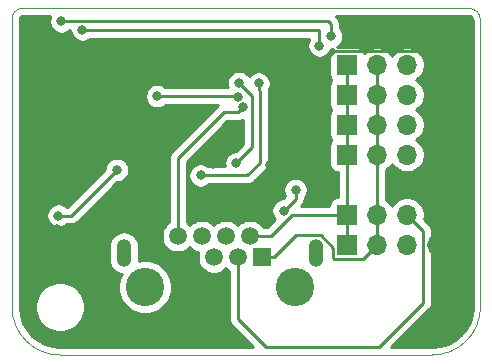
<source format=gbr>
G04 #@! TF.GenerationSoftware,KiCad,Pcbnew,(5.1.5)-3*
G04 #@! TF.CreationDate,2021-07-18T09:53:38-05:00*
G04 #@! TF.ProjectId,InputBoardSTM32QFN28,496e7075-7442-46f6-9172-6453544d3332,rev?*
G04 #@! TF.SameCoordinates,Original*
G04 #@! TF.FileFunction,Copper,L2,Bot*
G04 #@! TF.FilePolarity,Positive*
%FSLAX46Y46*%
G04 Gerber Fmt 4.6, Leading zero omitted, Abs format (unit mm)*
G04 Created by KiCad (PCBNEW (5.1.5)-3) date 2021-07-18 09:53:38*
%MOMM*%
%LPD*%
G04 APERTURE LIST*
%ADD10C,0.050000*%
%ADD11O,1.700000X1.700000*%
%ADD12R,1.700000X1.700000*%
%ADD13O,1.259000X2.362000*%
%ADD14R,1.500000X1.500000*%
%ADD15C,1.500000*%
%ADD16C,3.250000*%
%ADD17C,0.800000*%
%ADD18C,0.250000*%
%ADD19C,0.254000*%
G04 APERTURE END LIST*
D10*
X171279873Y-85389743D02*
G75*
G02X172239940Y-86360000I-5095J-965162D01*
G01*
X132588000Y-86296602D02*
G75*
G02X133489685Y-85389720I901685J5182D01*
G01*
X132588000Y-110680500D02*
X132588000Y-86296602D01*
X136652000Y-114744500D02*
G75*
G02X132588000Y-110680500I0J4064000D01*
G01*
X168153080Y-114744500D02*
X136652000Y-114744500D01*
X172239940Y-86360000D02*
X172250164Y-110667800D01*
X172250164Y-110670340D02*
G75*
G02X168153080Y-114744500I-4074224J0D01*
G01*
X171279820Y-85389720D02*
X133489685Y-85389720D01*
D11*
X168569640Y-95250000D03*
X166029640Y-95250000D03*
X163489640Y-95250000D03*
D12*
X160949640Y-95250000D03*
D11*
X168569640Y-97790000D03*
X166029640Y-97790000D03*
X163489640Y-97790000D03*
D12*
X160949640Y-97790000D03*
D11*
X168569640Y-92710000D03*
X166029640Y-92710000D03*
X163489640Y-92710000D03*
D12*
X160949640Y-92710000D03*
X160949640Y-90170000D03*
D11*
X163489640Y-90170000D03*
X166029640Y-90170000D03*
X168569640Y-90170000D03*
X168569640Y-102870000D03*
X166029640Y-102870000D03*
X163489640Y-102870000D03*
D12*
X160949640Y-102870000D03*
X160949640Y-105410000D03*
D11*
X163489640Y-105410000D03*
X166029640Y-105410000D03*
X168569640Y-105410000D03*
D13*
X158323280Y-106097070D03*
X142063280Y-106097070D03*
D14*
X153742580Y-106459020D03*
D15*
X152722580Y-104679020D03*
X151712580Y-106459020D03*
X150692580Y-104679020D03*
X149682580Y-106459020D03*
X148662580Y-104679020D03*
X147652580Y-106459020D03*
X146632580Y-104679020D03*
D16*
X156543280Y-108999020D03*
X143843280Y-108999020D03*
D17*
X136433560Y-98666300D03*
X135288020Y-92877640D03*
X136398000Y-104109520D03*
X145755360Y-89491820D03*
X149618700Y-98559620D03*
X154444700Y-98640900D03*
X156905960Y-90548460D03*
X152154022Y-93775984D03*
X156596080Y-100766880D03*
X155575000Y-102522020D03*
X151584660Y-98508820D03*
X151823432Y-91732323D03*
X153466800Y-91754960D03*
X148559520Y-99532440D03*
X141457680Y-99060000D03*
X136519920Y-102933500D03*
X144884140Y-92821760D03*
X151679720Y-92895608D03*
X159605980Y-87774780D03*
X136761220Y-86499700D03*
X138541760Y-87196770D03*
X158610157Y-88543552D03*
D18*
X163489640Y-96587919D02*
X163489640Y-95250000D01*
X163489640Y-97790000D02*
X163489640Y-96587919D01*
X163489640Y-94047919D02*
X163489640Y-92710000D01*
X163489640Y-95250000D02*
X163489640Y-94047919D01*
X163489640Y-91507919D02*
X163489640Y-90170000D01*
X163489640Y-92710000D02*
X163489640Y-91507919D01*
X163489640Y-98992081D02*
X163489640Y-102870000D01*
X163489640Y-97790000D02*
X163489640Y-98992081D01*
X163489640Y-104072081D02*
X163489640Y-105410000D01*
X163489640Y-102870000D02*
X163489640Y-104072081D01*
X162639641Y-106259999D02*
X163489640Y-105410000D01*
X162314639Y-106585001D02*
X162639641Y-106259999D01*
X159839639Y-106585001D02*
X162314639Y-106585001D01*
X159774639Y-106520001D02*
X159839639Y-106585001D01*
X158718650Y-104591060D02*
X159774639Y-105647049D01*
X156610540Y-104591060D02*
X158718650Y-104591060D01*
X159774639Y-105647049D02*
X159774639Y-106520001D01*
X154742580Y-106459020D02*
X156610540Y-104591060D01*
X153742580Y-106459020D02*
X154742580Y-106459020D01*
X160949640Y-91270000D02*
X160949640Y-92710000D01*
X160949640Y-90170000D02*
X160949640Y-91270000D01*
X160949640Y-93810000D02*
X160949640Y-95250000D01*
X160949640Y-92710000D02*
X160949640Y-93810000D01*
X160949640Y-96350000D02*
X160949640Y-97790000D01*
X160949640Y-95250000D02*
X160949640Y-96350000D01*
X160949640Y-98890000D02*
X160949640Y-102870000D01*
X160949640Y-97790000D02*
X160949640Y-98890000D01*
X160949640Y-103970000D02*
X160949640Y-105410000D01*
X160949640Y-102870000D02*
X160949640Y-103970000D01*
X154490982Y-104679020D02*
X153783240Y-104679020D01*
X160949640Y-102870000D02*
X156300002Y-102870000D01*
X153783240Y-104679020D02*
X152722580Y-104679020D01*
X156300002Y-102870000D02*
X154490982Y-104679020D01*
X167719641Y-89320001D02*
X168569640Y-90170000D01*
X167394639Y-88994999D02*
X167719641Y-89320001D01*
X159839639Y-88994999D02*
X167394639Y-88994999D01*
X158286178Y-90548460D02*
X159839639Y-88994999D01*
X156905960Y-90548460D02*
X158286178Y-90548460D01*
X151754023Y-94175983D02*
X150514917Y-94175983D01*
X152154022Y-93775984D02*
X151754023Y-94175983D01*
X146632580Y-98058320D02*
X146632580Y-104679020D01*
X150514917Y-94175983D02*
X146632580Y-98058320D01*
X156596080Y-101500940D02*
X155575000Y-102522020D01*
X156596080Y-100766880D02*
X156596080Y-101500940D01*
X167394639Y-110322363D02*
X163625282Y-114091720D01*
X166029640Y-102870000D02*
X167394639Y-104234999D01*
X167394639Y-104234999D02*
X167394639Y-110322363D01*
X163625282Y-114091720D02*
X154094180Y-114091720D01*
X151712580Y-111710120D02*
X151712580Y-106459020D01*
X154094180Y-114091720D02*
X151712580Y-111710120D01*
X152929810Y-97163670D02*
X152929810Y-92838701D01*
X152223431Y-92132322D02*
X151823432Y-91732323D01*
X151584660Y-98508820D02*
X152929810Y-97163670D01*
X152929810Y-92838701D02*
X152223431Y-92132322D01*
X153466800Y-92320645D02*
X153553160Y-92407005D01*
X153466800Y-91754960D02*
X153466800Y-92320645D01*
X153553160Y-92407005D02*
X153553160Y-98498660D01*
X153553160Y-98498660D02*
X152519380Y-99532440D01*
X152519380Y-99532440D02*
X148559520Y-99532440D01*
X141457680Y-99060000D02*
X137584180Y-102933500D01*
X137584180Y-102933500D02*
X136519920Y-102933500D01*
X151605872Y-92821760D02*
X151679720Y-92895608D01*
X144884140Y-92821760D02*
X151605872Y-92821760D01*
X136789160Y-86471760D02*
X136761220Y-86499700D01*
X159331660Y-86471760D02*
X136789160Y-86471760D01*
X159605980Y-86746080D02*
X159605980Y-87774780D01*
X159331660Y-86471760D02*
X159605980Y-86746080D01*
X158610157Y-87249967D02*
X158610157Y-88543552D01*
X138541760Y-87196770D02*
X158556960Y-87196770D01*
X158556960Y-87196770D02*
X158610157Y-87249967D01*
D19*
G36*
X171335001Y-86058960D02*
G01*
X171391338Y-86076294D01*
X171443234Y-86104240D01*
X171488715Y-86141736D01*
X171526044Y-86187346D01*
X171553803Y-86239340D01*
X171570937Y-86295742D01*
X171579951Y-86386096D01*
X171590152Y-110638186D01*
X171522036Y-111332885D01*
X171329620Y-111970196D01*
X171017084Y-112557991D01*
X170596331Y-113073886D01*
X170083378Y-113498237D01*
X169497781Y-113814868D01*
X168861825Y-114011730D01*
X168169575Y-114084488D01*
X168152630Y-114084500D01*
X164707303Y-114084500D01*
X167905642Y-110886162D01*
X167934640Y-110862364D01*
X168029613Y-110746639D01*
X168100185Y-110614610D01*
X168143642Y-110471349D01*
X168154639Y-110359696D01*
X168154639Y-110359688D01*
X168158315Y-110322363D01*
X168154639Y-110285038D01*
X168154639Y-104272321D01*
X168158315Y-104234998D01*
X168154639Y-104197675D01*
X168154639Y-104197666D01*
X168143642Y-104086013D01*
X168100185Y-103942752D01*
X168090696Y-103925000D01*
X168029613Y-103810722D01*
X167958438Y-103723996D01*
X167934640Y-103694998D01*
X167905643Y-103671201D01*
X167470850Y-103236408D01*
X167514640Y-103016260D01*
X167514640Y-102723740D01*
X167457572Y-102436842D01*
X167345630Y-102166589D01*
X167183115Y-101923368D01*
X166976272Y-101716525D01*
X166733051Y-101554010D01*
X166462798Y-101442068D01*
X166175900Y-101385000D01*
X165883380Y-101385000D01*
X165596482Y-101442068D01*
X165326229Y-101554010D01*
X165083008Y-101716525D01*
X164876165Y-101923368D01*
X164759640Y-102097760D01*
X164643115Y-101923368D01*
X164436272Y-101716525D01*
X164249640Y-101591822D01*
X164249640Y-99068178D01*
X164436272Y-98943475D01*
X164643115Y-98736632D01*
X164759640Y-98562240D01*
X164876165Y-98736632D01*
X165083008Y-98943475D01*
X165326229Y-99105990D01*
X165596482Y-99217932D01*
X165883380Y-99275000D01*
X166175900Y-99275000D01*
X166462798Y-99217932D01*
X166733051Y-99105990D01*
X166976272Y-98943475D01*
X167183115Y-98736632D01*
X167345630Y-98493411D01*
X167457572Y-98223158D01*
X167514640Y-97936260D01*
X167514640Y-97643740D01*
X167457572Y-97356842D01*
X167345630Y-97086589D01*
X167183115Y-96843368D01*
X166976272Y-96636525D01*
X166801880Y-96520000D01*
X166976272Y-96403475D01*
X167183115Y-96196632D01*
X167345630Y-95953411D01*
X167457572Y-95683158D01*
X167514640Y-95396260D01*
X167514640Y-95103740D01*
X167457572Y-94816842D01*
X167345630Y-94546589D01*
X167183115Y-94303368D01*
X166976272Y-94096525D01*
X166801880Y-93980000D01*
X166976272Y-93863475D01*
X167183115Y-93656632D01*
X167345630Y-93413411D01*
X167457572Y-93143158D01*
X167514640Y-92856260D01*
X167514640Y-92563740D01*
X167457572Y-92276842D01*
X167345630Y-92006589D01*
X167183115Y-91763368D01*
X166976272Y-91556525D01*
X166801880Y-91440000D01*
X166976272Y-91323475D01*
X167183115Y-91116632D01*
X167345630Y-90873411D01*
X167457572Y-90603158D01*
X167514640Y-90316260D01*
X167514640Y-90023740D01*
X167457572Y-89736842D01*
X167345630Y-89466589D01*
X167183115Y-89223368D01*
X166976272Y-89016525D01*
X166733051Y-88854010D01*
X166462798Y-88742068D01*
X166175900Y-88685000D01*
X165883380Y-88685000D01*
X165596482Y-88742068D01*
X165326229Y-88854010D01*
X165083008Y-89016525D01*
X164876165Y-89223368D01*
X164759640Y-89397760D01*
X164643115Y-89223368D01*
X164436272Y-89016525D01*
X164193051Y-88854010D01*
X163922798Y-88742068D01*
X163635900Y-88685000D01*
X163343380Y-88685000D01*
X163056482Y-88742068D01*
X162786229Y-88854010D01*
X162543008Y-89016525D01*
X162411153Y-89148380D01*
X162389142Y-89075820D01*
X162330177Y-88965506D01*
X162250825Y-88868815D01*
X162154134Y-88789463D01*
X162043820Y-88730498D01*
X161924122Y-88694188D01*
X161799640Y-88681928D01*
X160111287Y-88681928D01*
X160265754Y-88578717D01*
X160409917Y-88434554D01*
X160523185Y-88265036D01*
X160601206Y-88076678D01*
X160640980Y-87876719D01*
X160640980Y-87672841D01*
X160601206Y-87472882D01*
X160523185Y-87284524D01*
X160409917Y-87115006D01*
X160365980Y-87071069D01*
X160365980Y-86783402D01*
X160369656Y-86746079D01*
X160365980Y-86708756D01*
X160365980Y-86708747D01*
X160354983Y-86597094D01*
X160311526Y-86453833D01*
X160240954Y-86321804D01*
X160145981Y-86206079D01*
X160116978Y-86182277D01*
X159984421Y-86049720D01*
X171245625Y-86049720D01*
X171335001Y-86058960D01*
G37*
X171335001Y-86058960D02*
X171391338Y-86076294D01*
X171443234Y-86104240D01*
X171488715Y-86141736D01*
X171526044Y-86187346D01*
X171553803Y-86239340D01*
X171570937Y-86295742D01*
X171579951Y-86386096D01*
X171590152Y-110638186D01*
X171522036Y-111332885D01*
X171329620Y-111970196D01*
X171017084Y-112557991D01*
X170596331Y-113073886D01*
X170083378Y-113498237D01*
X169497781Y-113814868D01*
X168861825Y-114011730D01*
X168169575Y-114084488D01*
X168152630Y-114084500D01*
X164707303Y-114084500D01*
X167905642Y-110886162D01*
X167934640Y-110862364D01*
X168029613Y-110746639D01*
X168100185Y-110614610D01*
X168143642Y-110471349D01*
X168154639Y-110359696D01*
X168154639Y-110359688D01*
X168158315Y-110322363D01*
X168154639Y-110285038D01*
X168154639Y-104272321D01*
X168158315Y-104234998D01*
X168154639Y-104197675D01*
X168154639Y-104197666D01*
X168143642Y-104086013D01*
X168100185Y-103942752D01*
X168090696Y-103925000D01*
X168029613Y-103810722D01*
X167958438Y-103723996D01*
X167934640Y-103694998D01*
X167905643Y-103671201D01*
X167470850Y-103236408D01*
X167514640Y-103016260D01*
X167514640Y-102723740D01*
X167457572Y-102436842D01*
X167345630Y-102166589D01*
X167183115Y-101923368D01*
X166976272Y-101716525D01*
X166733051Y-101554010D01*
X166462798Y-101442068D01*
X166175900Y-101385000D01*
X165883380Y-101385000D01*
X165596482Y-101442068D01*
X165326229Y-101554010D01*
X165083008Y-101716525D01*
X164876165Y-101923368D01*
X164759640Y-102097760D01*
X164643115Y-101923368D01*
X164436272Y-101716525D01*
X164249640Y-101591822D01*
X164249640Y-99068178D01*
X164436272Y-98943475D01*
X164643115Y-98736632D01*
X164759640Y-98562240D01*
X164876165Y-98736632D01*
X165083008Y-98943475D01*
X165326229Y-99105990D01*
X165596482Y-99217932D01*
X165883380Y-99275000D01*
X166175900Y-99275000D01*
X166462798Y-99217932D01*
X166733051Y-99105990D01*
X166976272Y-98943475D01*
X167183115Y-98736632D01*
X167345630Y-98493411D01*
X167457572Y-98223158D01*
X167514640Y-97936260D01*
X167514640Y-97643740D01*
X167457572Y-97356842D01*
X167345630Y-97086589D01*
X167183115Y-96843368D01*
X166976272Y-96636525D01*
X166801880Y-96520000D01*
X166976272Y-96403475D01*
X167183115Y-96196632D01*
X167345630Y-95953411D01*
X167457572Y-95683158D01*
X167514640Y-95396260D01*
X167514640Y-95103740D01*
X167457572Y-94816842D01*
X167345630Y-94546589D01*
X167183115Y-94303368D01*
X166976272Y-94096525D01*
X166801880Y-93980000D01*
X166976272Y-93863475D01*
X167183115Y-93656632D01*
X167345630Y-93413411D01*
X167457572Y-93143158D01*
X167514640Y-92856260D01*
X167514640Y-92563740D01*
X167457572Y-92276842D01*
X167345630Y-92006589D01*
X167183115Y-91763368D01*
X166976272Y-91556525D01*
X166801880Y-91440000D01*
X166976272Y-91323475D01*
X167183115Y-91116632D01*
X167345630Y-90873411D01*
X167457572Y-90603158D01*
X167514640Y-90316260D01*
X167514640Y-90023740D01*
X167457572Y-89736842D01*
X167345630Y-89466589D01*
X167183115Y-89223368D01*
X166976272Y-89016525D01*
X166733051Y-88854010D01*
X166462798Y-88742068D01*
X166175900Y-88685000D01*
X165883380Y-88685000D01*
X165596482Y-88742068D01*
X165326229Y-88854010D01*
X165083008Y-89016525D01*
X164876165Y-89223368D01*
X164759640Y-89397760D01*
X164643115Y-89223368D01*
X164436272Y-89016525D01*
X164193051Y-88854010D01*
X163922798Y-88742068D01*
X163635900Y-88685000D01*
X163343380Y-88685000D01*
X163056482Y-88742068D01*
X162786229Y-88854010D01*
X162543008Y-89016525D01*
X162411153Y-89148380D01*
X162389142Y-89075820D01*
X162330177Y-88965506D01*
X162250825Y-88868815D01*
X162154134Y-88789463D01*
X162043820Y-88730498D01*
X161924122Y-88694188D01*
X161799640Y-88681928D01*
X160111287Y-88681928D01*
X160265754Y-88578717D01*
X160409917Y-88434554D01*
X160523185Y-88265036D01*
X160601206Y-88076678D01*
X160640980Y-87876719D01*
X160640980Y-87672841D01*
X160601206Y-87472882D01*
X160523185Y-87284524D01*
X160409917Y-87115006D01*
X160365980Y-87071069D01*
X160365980Y-86783402D01*
X160369656Y-86746079D01*
X160365980Y-86708756D01*
X160365980Y-86708747D01*
X160354983Y-86597094D01*
X160311526Y-86453833D01*
X160240954Y-86321804D01*
X160145981Y-86206079D01*
X160116978Y-86182277D01*
X159984421Y-86049720D01*
X171245625Y-86049720D01*
X171335001Y-86058960D01*
G36*
X135765994Y-86197802D02*
G01*
X135726220Y-86397761D01*
X135726220Y-86601639D01*
X135765994Y-86801598D01*
X135844015Y-86989956D01*
X135957283Y-87159474D01*
X136101446Y-87303637D01*
X136270964Y-87416905D01*
X136459322Y-87494926D01*
X136659281Y-87534700D01*
X136863159Y-87534700D01*
X137063118Y-87494926D01*
X137251476Y-87416905D01*
X137420994Y-87303637D01*
X137492871Y-87231760D01*
X137506760Y-87231760D01*
X137506760Y-87298709D01*
X137546534Y-87498668D01*
X137624555Y-87687026D01*
X137737823Y-87856544D01*
X137881986Y-88000707D01*
X138051504Y-88113975D01*
X138239862Y-88191996D01*
X138439821Y-88231770D01*
X138643699Y-88231770D01*
X138843658Y-88191996D01*
X139032016Y-88113975D01*
X139201534Y-88000707D01*
X139245471Y-87956770D01*
X157757448Y-87956770D01*
X157692952Y-88053296D01*
X157614931Y-88241654D01*
X157575157Y-88441613D01*
X157575157Y-88645491D01*
X157614931Y-88845450D01*
X157692952Y-89033808D01*
X157806220Y-89203326D01*
X157950383Y-89347489D01*
X158119901Y-89460757D01*
X158308259Y-89538778D01*
X158508218Y-89578552D01*
X158712096Y-89578552D01*
X158912055Y-89538778D01*
X159100413Y-89460757D01*
X159269931Y-89347489D01*
X159414094Y-89203326D01*
X159527362Y-89033808D01*
X159605383Y-88845450D01*
X159612478Y-88809780D01*
X159707919Y-88809780D01*
X159724379Y-88806506D01*
X159648455Y-88868815D01*
X159569103Y-88965506D01*
X159510138Y-89075820D01*
X159473828Y-89195518D01*
X159461568Y-89320000D01*
X159461568Y-91020000D01*
X159473828Y-91144482D01*
X159510138Y-91264180D01*
X159569103Y-91374494D01*
X159622862Y-91440000D01*
X159569103Y-91505506D01*
X159510138Y-91615820D01*
X159473828Y-91735518D01*
X159461568Y-91860000D01*
X159461568Y-93560000D01*
X159473828Y-93684482D01*
X159510138Y-93804180D01*
X159569103Y-93914494D01*
X159622862Y-93980000D01*
X159569103Y-94045506D01*
X159510138Y-94155820D01*
X159473828Y-94275518D01*
X159461568Y-94400000D01*
X159461568Y-96100000D01*
X159473828Y-96224482D01*
X159510138Y-96344180D01*
X159569103Y-96454494D01*
X159622862Y-96520000D01*
X159569103Y-96585506D01*
X159510138Y-96695820D01*
X159473828Y-96815518D01*
X159461568Y-96940000D01*
X159461568Y-98640000D01*
X159473828Y-98764482D01*
X159510138Y-98884180D01*
X159569103Y-98994494D01*
X159648455Y-99091185D01*
X159745146Y-99170537D01*
X159855460Y-99229502D01*
X159975158Y-99265812D01*
X160099640Y-99278072D01*
X160189640Y-99278072D01*
X160189641Y-101381928D01*
X160099640Y-101381928D01*
X159975158Y-101394188D01*
X159855460Y-101430498D01*
X159745146Y-101489463D01*
X159648455Y-101568815D01*
X159569103Y-101665506D01*
X159510138Y-101775820D01*
X159473828Y-101895518D01*
X159461568Y-102020000D01*
X159461568Y-102110000D01*
X157061822Y-102110000D01*
X157107083Y-102064739D01*
X157136081Y-102040941D01*
X157231054Y-101925216D01*
X157301626Y-101793187D01*
X157345083Y-101649926D01*
X157356080Y-101538273D01*
X157356080Y-101538264D01*
X157359756Y-101500941D01*
X157356705Y-101469966D01*
X157400017Y-101426654D01*
X157513285Y-101257136D01*
X157591306Y-101068778D01*
X157631080Y-100868819D01*
X157631080Y-100664941D01*
X157591306Y-100464982D01*
X157513285Y-100276624D01*
X157400017Y-100107106D01*
X157255854Y-99962943D01*
X157086336Y-99849675D01*
X156897978Y-99771654D01*
X156698019Y-99731880D01*
X156494141Y-99731880D01*
X156294182Y-99771654D01*
X156105824Y-99849675D01*
X155936306Y-99962943D01*
X155792143Y-100107106D01*
X155678875Y-100276624D01*
X155600854Y-100464982D01*
X155561080Y-100664941D01*
X155561080Y-100868819D01*
X155600854Y-101068778D01*
X155678875Y-101257136D01*
X155713405Y-101308814D01*
X155535199Y-101487020D01*
X155473061Y-101487020D01*
X155273102Y-101526794D01*
X155084744Y-101604815D01*
X154915226Y-101718083D01*
X154771063Y-101862246D01*
X154657795Y-102031764D01*
X154579774Y-102220122D01*
X154540000Y-102420081D01*
X154540000Y-102623959D01*
X154579774Y-102823918D01*
X154657795Y-103012276D01*
X154771063Y-103181794D01*
X154842235Y-103252966D01*
X154176181Y-103919020D01*
X153880489Y-103919020D01*
X153798379Y-103796134D01*
X153605466Y-103603221D01*
X153378623Y-103451649D01*
X153126569Y-103347245D01*
X152858991Y-103294020D01*
X152586169Y-103294020D01*
X152318591Y-103347245D01*
X152066537Y-103451649D01*
X151839694Y-103603221D01*
X151707580Y-103735335D01*
X151575466Y-103603221D01*
X151348623Y-103451649D01*
X151096569Y-103347245D01*
X150828991Y-103294020D01*
X150556169Y-103294020D01*
X150288591Y-103347245D01*
X150036537Y-103451649D01*
X149809694Y-103603221D01*
X149677580Y-103735335D01*
X149545466Y-103603221D01*
X149318623Y-103451649D01*
X149066569Y-103347245D01*
X148798991Y-103294020D01*
X148526169Y-103294020D01*
X148258591Y-103347245D01*
X148006537Y-103451649D01*
X147779694Y-103603221D01*
X147647580Y-103735335D01*
X147515466Y-103603221D01*
X147392580Y-103521111D01*
X147392580Y-98373121D01*
X150829719Y-94935983D01*
X151716701Y-94935983D01*
X151754023Y-94939659D01*
X151791345Y-94935983D01*
X151791356Y-94935983D01*
X151903009Y-94924986D01*
X152046270Y-94881529D01*
X152169811Y-94815494D01*
X152169810Y-96848867D01*
X151544858Y-97473820D01*
X151482721Y-97473820D01*
X151282762Y-97513594D01*
X151094404Y-97591615D01*
X150924886Y-97704883D01*
X150780723Y-97849046D01*
X150667455Y-98018564D01*
X150589434Y-98206922D01*
X150549660Y-98406881D01*
X150549660Y-98610759D01*
X150581820Y-98772440D01*
X149263231Y-98772440D01*
X149219294Y-98728503D01*
X149049776Y-98615235D01*
X148861418Y-98537214D01*
X148661459Y-98497440D01*
X148457581Y-98497440D01*
X148257622Y-98537214D01*
X148069264Y-98615235D01*
X147899746Y-98728503D01*
X147755583Y-98872666D01*
X147642315Y-99042184D01*
X147564294Y-99230542D01*
X147524520Y-99430501D01*
X147524520Y-99634379D01*
X147564294Y-99834338D01*
X147642315Y-100022696D01*
X147755583Y-100192214D01*
X147899746Y-100336377D01*
X148069264Y-100449645D01*
X148257622Y-100527666D01*
X148457581Y-100567440D01*
X148661459Y-100567440D01*
X148861418Y-100527666D01*
X149049776Y-100449645D01*
X149219294Y-100336377D01*
X149263231Y-100292440D01*
X152482058Y-100292440D01*
X152519380Y-100296116D01*
X152556702Y-100292440D01*
X152556713Y-100292440D01*
X152668366Y-100281443D01*
X152811627Y-100237986D01*
X152943656Y-100167414D01*
X153059381Y-100072441D01*
X153083184Y-100043438D01*
X154064163Y-99062459D01*
X154093161Y-99038661D01*
X154188134Y-98922936D01*
X154258706Y-98790907D01*
X154302163Y-98647646D01*
X154313160Y-98535993D01*
X154313160Y-98535985D01*
X154316836Y-98498660D01*
X154313160Y-98461335D01*
X154313160Y-92444327D01*
X154316836Y-92407004D01*
X154313160Y-92369682D01*
X154313160Y-92369672D01*
X154311578Y-92353611D01*
X154384005Y-92245216D01*
X154462026Y-92056858D01*
X154501800Y-91856899D01*
X154501800Y-91653021D01*
X154462026Y-91453062D01*
X154384005Y-91264704D01*
X154270737Y-91095186D01*
X154126574Y-90951023D01*
X153957056Y-90837755D01*
X153768698Y-90759734D01*
X153568739Y-90719960D01*
X153364861Y-90719960D01*
X153164902Y-90759734D01*
X152976544Y-90837755D01*
X152807026Y-90951023D01*
X152662863Y-91095186D01*
X152652679Y-91110428D01*
X152627369Y-91072549D01*
X152483206Y-90928386D01*
X152313688Y-90815118D01*
X152125330Y-90737097D01*
X151925371Y-90697323D01*
X151721493Y-90697323D01*
X151521534Y-90737097D01*
X151333176Y-90815118D01*
X151163658Y-90928386D01*
X151019495Y-91072549D01*
X150906227Y-91242067D01*
X150828206Y-91430425D01*
X150788432Y-91630384D01*
X150788432Y-91834262D01*
X150828206Y-92034221D01*
X150839613Y-92061760D01*
X145587851Y-92061760D01*
X145543914Y-92017823D01*
X145374396Y-91904555D01*
X145186038Y-91826534D01*
X144986079Y-91786760D01*
X144782201Y-91786760D01*
X144582242Y-91826534D01*
X144393884Y-91904555D01*
X144224366Y-92017823D01*
X144080203Y-92161986D01*
X143966935Y-92331504D01*
X143888914Y-92519862D01*
X143849140Y-92719821D01*
X143849140Y-92923699D01*
X143888914Y-93123658D01*
X143966935Y-93312016D01*
X144080203Y-93481534D01*
X144224366Y-93625697D01*
X144393884Y-93738965D01*
X144582242Y-93816986D01*
X144782201Y-93856760D01*
X144986079Y-93856760D01*
X145186038Y-93816986D01*
X145374396Y-93738965D01*
X145543914Y-93625697D01*
X145587851Y-93581760D01*
X150040986Y-93581760D01*
X149974916Y-93635982D01*
X149951118Y-93664980D01*
X146121583Y-97494516D01*
X146092579Y-97518319D01*
X146037451Y-97585494D01*
X145997606Y-97634044D01*
X145959742Y-97704883D01*
X145927034Y-97766074D01*
X145883577Y-97909335D01*
X145872580Y-98020988D01*
X145872580Y-98020998D01*
X145868904Y-98058320D01*
X145872580Y-98095643D01*
X145872581Y-103521110D01*
X145749694Y-103603221D01*
X145556781Y-103796134D01*
X145405209Y-104022977D01*
X145300805Y-104275031D01*
X145247580Y-104542609D01*
X145247580Y-104815431D01*
X145300805Y-105083009D01*
X145405209Y-105335063D01*
X145556781Y-105561906D01*
X145749694Y-105754819D01*
X145976537Y-105906391D01*
X146228591Y-106010795D01*
X146496169Y-106064020D01*
X146768991Y-106064020D01*
X147036569Y-106010795D01*
X147288623Y-105906391D01*
X147515466Y-105754819D01*
X147647580Y-105622705D01*
X147779694Y-105754819D01*
X148006537Y-105906391D01*
X148258591Y-106010795D01*
X148360714Y-106031109D01*
X148350805Y-106055031D01*
X148297580Y-106322609D01*
X148297580Y-106595431D01*
X148350805Y-106863009D01*
X148455209Y-107115063D01*
X148606781Y-107341906D01*
X148799694Y-107534819D01*
X149026537Y-107686391D01*
X149278591Y-107790795D01*
X149546169Y-107844020D01*
X149818991Y-107844020D01*
X150086569Y-107790795D01*
X150338623Y-107686391D01*
X150565466Y-107534819D01*
X150697580Y-107402705D01*
X150829694Y-107534819D01*
X150952581Y-107616930D01*
X150952580Y-111672797D01*
X150948904Y-111710120D01*
X150952580Y-111747442D01*
X150952580Y-111747452D01*
X150963577Y-111859105D01*
X151007034Y-112002366D01*
X151077606Y-112134396D01*
X151094131Y-112154531D01*
X151172579Y-112250121D01*
X151201583Y-112273924D01*
X153012158Y-114084500D01*
X136684278Y-114084500D01*
X135991442Y-114016567D01*
X135356042Y-113824728D01*
X134770009Y-113513130D01*
X134255653Y-113093630D01*
X133832581Y-112582225D01*
X133516897Y-111998378D01*
X133320625Y-111364330D01*
X133248000Y-110673345D01*
X133248000Y-110467721D01*
X134503000Y-110467721D01*
X134503000Y-110888279D01*
X134585047Y-111300756D01*
X134745988Y-111689302D01*
X134979637Y-112038983D01*
X135277017Y-112336363D01*
X135626698Y-112570012D01*
X136015244Y-112730953D01*
X136427721Y-112813000D01*
X136848279Y-112813000D01*
X137260756Y-112730953D01*
X137649302Y-112570012D01*
X137998983Y-112336363D01*
X138296363Y-112038983D01*
X138530012Y-111689302D01*
X138690953Y-111300756D01*
X138773000Y-110888279D01*
X138773000Y-110467721D01*
X138690953Y-110055244D01*
X138530012Y-109666698D01*
X138296363Y-109317017D01*
X137998983Y-109019637D01*
X137649302Y-108785988D01*
X137260756Y-108625047D01*
X136848279Y-108543000D01*
X136427721Y-108543000D01*
X136015244Y-108625047D01*
X135626698Y-108785988D01*
X135277017Y-109019637D01*
X134979637Y-109317017D01*
X134745988Y-109666698D01*
X134585047Y-110055244D01*
X134503000Y-110467721D01*
X133248000Y-110467721D01*
X133248000Y-105483454D01*
X140798780Y-105483454D01*
X140798780Y-106710685D01*
X140817077Y-106896454D01*
X140889382Y-107134813D01*
X141006800Y-107354487D01*
X141164817Y-107547033D01*
X141357362Y-107705050D01*
X141577036Y-107822468D01*
X141815395Y-107894773D01*
X141860094Y-107899176D01*
X141840494Y-107928509D01*
X141670131Y-108339802D01*
X141583280Y-108776429D01*
X141583280Y-109221611D01*
X141670131Y-109658238D01*
X141840494Y-110069531D01*
X142087824Y-110439686D01*
X142402614Y-110754476D01*
X142772769Y-111001806D01*
X143184062Y-111172169D01*
X143620689Y-111259020D01*
X144065871Y-111259020D01*
X144502498Y-111172169D01*
X144913791Y-111001806D01*
X145283946Y-110754476D01*
X145598736Y-110439686D01*
X145846066Y-110069531D01*
X146016429Y-109658238D01*
X146103280Y-109221611D01*
X146103280Y-108776429D01*
X146016429Y-108339802D01*
X145846066Y-107928509D01*
X145598736Y-107558354D01*
X145283946Y-107243564D01*
X144913791Y-106996234D01*
X144502498Y-106825871D01*
X144065871Y-106739020D01*
X143620689Y-106739020D01*
X143319080Y-106799014D01*
X143327780Y-106710686D01*
X143327780Y-105483454D01*
X143309483Y-105297685D01*
X143237178Y-105059326D01*
X143119760Y-104839652D01*
X142961743Y-104647107D01*
X142769198Y-104489090D01*
X142549524Y-104371672D01*
X142311165Y-104299367D01*
X142063280Y-104274952D01*
X141815396Y-104299367D01*
X141577037Y-104371672D01*
X141357363Y-104489090D01*
X141164818Y-104647107D01*
X141006800Y-104839652D01*
X140889382Y-105059326D01*
X140817077Y-105297685D01*
X140798780Y-105483454D01*
X133248000Y-105483454D01*
X133248000Y-102831561D01*
X135484920Y-102831561D01*
X135484920Y-103035439D01*
X135524694Y-103235398D01*
X135602715Y-103423756D01*
X135715983Y-103593274D01*
X135860146Y-103737437D01*
X136029664Y-103850705D01*
X136218022Y-103928726D01*
X136417981Y-103968500D01*
X136621859Y-103968500D01*
X136821818Y-103928726D01*
X137010176Y-103850705D01*
X137179694Y-103737437D01*
X137223631Y-103693500D01*
X137546858Y-103693500D01*
X137584180Y-103697176D01*
X137621502Y-103693500D01*
X137621513Y-103693500D01*
X137733166Y-103682503D01*
X137876427Y-103639046D01*
X138008456Y-103568474D01*
X138124181Y-103473501D01*
X138147984Y-103444497D01*
X141497482Y-100095000D01*
X141559619Y-100095000D01*
X141759578Y-100055226D01*
X141947936Y-99977205D01*
X142117454Y-99863937D01*
X142261617Y-99719774D01*
X142374885Y-99550256D01*
X142452906Y-99361898D01*
X142492680Y-99161939D01*
X142492680Y-98958061D01*
X142452906Y-98758102D01*
X142374885Y-98569744D01*
X142261617Y-98400226D01*
X142117454Y-98256063D01*
X141947936Y-98142795D01*
X141759578Y-98064774D01*
X141559619Y-98025000D01*
X141355741Y-98025000D01*
X141155782Y-98064774D01*
X140967424Y-98142795D01*
X140797906Y-98256063D01*
X140653743Y-98400226D01*
X140540475Y-98569744D01*
X140462454Y-98758102D01*
X140422680Y-98958061D01*
X140422680Y-99020198D01*
X137269379Y-102173500D01*
X137223631Y-102173500D01*
X137179694Y-102129563D01*
X137010176Y-102016295D01*
X136821818Y-101938274D01*
X136621859Y-101898500D01*
X136417981Y-101898500D01*
X136218022Y-101938274D01*
X136029664Y-102016295D01*
X135860146Y-102129563D01*
X135715983Y-102273726D01*
X135602715Y-102443244D01*
X135524694Y-102631602D01*
X135484920Y-102831561D01*
X133248000Y-102831561D01*
X133248000Y-86326977D01*
X133255430Y-86246437D01*
X133268630Y-86201791D01*
X133290250Y-86160560D01*
X133319465Y-86124316D01*
X133355162Y-86094437D01*
X133395987Y-86072059D01*
X133440380Y-86058037D01*
X133515359Y-86049720D01*
X135827332Y-86049720D01*
X135765994Y-86197802D01*
G37*
X135765994Y-86197802D02*
X135726220Y-86397761D01*
X135726220Y-86601639D01*
X135765994Y-86801598D01*
X135844015Y-86989956D01*
X135957283Y-87159474D01*
X136101446Y-87303637D01*
X136270964Y-87416905D01*
X136459322Y-87494926D01*
X136659281Y-87534700D01*
X136863159Y-87534700D01*
X137063118Y-87494926D01*
X137251476Y-87416905D01*
X137420994Y-87303637D01*
X137492871Y-87231760D01*
X137506760Y-87231760D01*
X137506760Y-87298709D01*
X137546534Y-87498668D01*
X137624555Y-87687026D01*
X137737823Y-87856544D01*
X137881986Y-88000707D01*
X138051504Y-88113975D01*
X138239862Y-88191996D01*
X138439821Y-88231770D01*
X138643699Y-88231770D01*
X138843658Y-88191996D01*
X139032016Y-88113975D01*
X139201534Y-88000707D01*
X139245471Y-87956770D01*
X157757448Y-87956770D01*
X157692952Y-88053296D01*
X157614931Y-88241654D01*
X157575157Y-88441613D01*
X157575157Y-88645491D01*
X157614931Y-88845450D01*
X157692952Y-89033808D01*
X157806220Y-89203326D01*
X157950383Y-89347489D01*
X158119901Y-89460757D01*
X158308259Y-89538778D01*
X158508218Y-89578552D01*
X158712096Y-89578552D01*
X158912055Y-89538778D01*
X159100413Y-89460757D01*
X159269931Y-89347489D01*
X159414094Y-89203326D01*
X159527362Y-89033808D01*
X159605383Y-88845450D01*
X159612478Y-88809780D01*
X159707919Y-88809780D01*
X159724379Y-88806506D01*
X159648455Y-88868815D01*
X159569103Y-88965506D01*
X159510138Y-89075820D01*
X159473828Y-89195518D01*
X159461568Y-89320000D01*
X159461568Y-91020000D01*
X159473828Y-91144482D01*
X159510138Y-91264180D01*
X159569103Y-91374494D01*
X159622862Y-91440000D01*
X159569103Y-91505506D01*
X159510138Y-91615820D01*
X159473828Y-91735518D01*
X159461568Y-91860000D01*
X159461568Y-93560000D01*
X159473828Y-93684482D01*
X159510138Y-93804180D01*
X159569103Y-93914494D01*
X159622862Y-93980000D01*
X159569103Y-94045506D01*
X159510138Y-94155820D01*
X159473828Y-94275518D01*
X159461568Y-94400000D01*
X159461568Y-96100000D01*
X159473828Y-96224482D01*
X159510138Y-96344180D01*
X159569103Y-96454494D01*
X159622862Y-96520000D01*
X159569103Y-96585506D01*
X159510138Y-96695820D01*
X159473828Y-96815518D01*
X159461568Y-96940000D01*
X159461568Y-98640000D01*
X159473828Y-98764482D01*
X159510138Y-98884180D01*
X159569103Y-98994494D01*
X159648455Y-99091185D01*
X159745146Y-99170537D01*
X159855460Y-99229502D01*
X159975158Y-99265812D01*
X160099640Y-99278072D01*
X160189640Y-99278072D01*
X160189641Y-101381928D01*
X160099640Y-101381928D01*
X159975158Y-101394188D01*
X159855460Y-101430498D01*
X159745146Y-101489463D01*
X159648455Y-101568815D01*
X159569103Y-101665506D01*
X159510138Y-101775820D01*
X159473828Y-101895518D01*
X159461568Y-102020000D01*
X159461568Y-102110000D01*
X157061822Y-102110000D01*
X157107083Y-102064739D01*
X157136081Y-102040941D01*
X157231054Y-101925216D01*
X157301626Y-101793187D01*
X157345083Y-101649926D01*
X157356080Y-101538273D01*
X157356080Y-101538264D01*
X157359756Y-101500941D01*
X157356705Y-101469966D01*
X157400017Y-101426654D01*
X157513285Y-101257136D01*
X157591306Y-101068778D01*
X157631080Y-100868819D01*
X157631080Y-100664941D01*
X157591306Y-100464982D01*
X157513285Y-100276624D01*
X157400017Y-100107106D01*
X157255854Y-99962943D01*
X157086336Y-99849675D01*
X156897978Y-99771654D01*
X156698019Y-99731880D01*
X156494141Y-99731880D01*
X156294182Y-99771654D01*
X156105824Y-99849675D01*
X155936306Y-99962943D01*
X155792143Y-100107106D01*
X155678875Y-100276624D01*
X155600854Y-100464982D01*
X155561080Y-100664941D01*
X155561080Y-100868819D01*
X155600854Y-101068778D01*
X155678875Y-101257136D01*
X155713405Y-101308814D01*
X155535199Y-101487020D01*
X155473061Y-101487020D01*
X155273102Y-101526794D01*
X155084744Y-101604815D01*
X154915226Y-101718083D01*
X154771063Y-101862246D01*
X154657795Y-102031764D01*
X154579774Y-102220122D01*
X154540000Y-102420081D01*
X154540000Y-102623959D01*
X154579774Y-102823918D01*
X154657795Y-103012276D01*
X154771063Y-103181794D01*
X154842235Y-103252966D01*
X154176181Y-103919020D01*
X153880489Y-103919020D01*
X153798379Y-103796134D01*
X153605466Y-103603221D01*
X153378623Y-103451649D01*
X153126569Y-103347245D01*
X152858991Y-103294020D01*
X152586169Y-103294020D01*
X152318591Y-103347245D01*
X152066537Y-103451649D01*
X151839694Y-103603221D01*
X151707580Y-103735335D01*
X151575466Y-103603221D01*
X151348623Y-103451649D01*
X151096569Y-103347245D01*
X150828991Y-103294020D01*
X150556169Y-103294020D01*
X150288591Y-103347245D01*
X150036537Y-103451649D01*
X149809694Y-103603221D01*
X149677580Y-103735335D01*
X149545466Y-103603221D01*
X149318623Y-103451649D01*
X149066569Y-103347245D01*
X148798991Y-103294020D01*
X148526169Y-103294020D01*
X148258591Y-103347245D01*
X148006537Y-103451649D01*
X147779694Y-103603221D01*
X147647580Y-103735335D01*
X147515466Y-103603221D01*
X147392580Y-103521111D01*
X147392580Y-98373121D01*
X150829719Y-94935983D01*
X151716701Y-94935983D01*
X151754023Y-94939659D01*
X151791345Y-94935983D01*
X151791356Y-94935983D01*
X151903009Y-94924986D01*
X152046270Y-94881529D01*
X152169811Y-94815494D01*
X152169810Y-96848867D01*
X151544858Y-97473820D01*
X151482721Y-97473820D01*
X151282762Y-97513594D01*
X151094404Y-97591615D01*
X150924886Y-97704883D01*
X150780723Y-97849046D01*
X150667455Y-98018564D01*
X150589434Y-98206922D01*
X150549660Y-98406881D01*
X150549660Y-98610759D01*
X150581820Y-98772440D01*
X149263231Y-98772440D01*
X149219294Y-98728503D01*
X149049776Y-98615235D01*
X148861418Y-98537214D01*
X148661459Y-98497440D01*
X148457581Y-98497440D01*
X148257622Y-98537214D01*
X148069264Y-98615235D01*
X147899746Y-98728503D01*
X147755583Y-98872666D01*
X147642315Y-99042184D01*
X147564294Y-99230542D01*
X147524520Y-99430501D01*
X147524520Y-99634379D01*
X147564294Y-99834338D01*
X147642315Y-100022696D01*
X147755583Y-100192214D01*
X147899746Y-100336377D01*
X148069264Y-100449645D01*
X148257622Y-100527666D01*
X148457581Y-100567440D01*
X148661459Y-100567440D01*
X148861418Y-100527666D01*
X149049776Y-100449645D01*
X149219294Y-100336377D01*
X149263231Y-100292440D01*
X152482058Y-100292440D01*
X152519380Y-100296116D01*
X152556702Y-100292440D01*
X152556713Y-100292440D01*
X152668366Y-100281443D01*
X152811627Y-100237986D01*
X152943656Y-100167414D01*
X153059381Y-100072441D01*
X153083184Y-100043438D01*
X154064163Y-99062459D01*
X154093161Y-99038661D01*
X154188134Y-98922936D01*
X154258706Y-98790907D01*
X154302163Y-98647646D01*
X154313160Y-98535993D01*
X154313160Y-98535985D01*
X154316836Y-98498660D01*
X154313160Y-98461335D01*
X154313160Y-92444327D01*
X154316836Y-92407004D01*
X154313160Y-92369682D01*
X154313160Y-92369672D01*
X154311578Y-92353611D01*
X154384005Y-92245216D01*
X154462026Y-92056858D01*
X154501800Y-91856899D01*
X154501800Y-91653021D01*
X154462026Y-91453062D01*
X154384005Y-91264704D01*
X154270737Y-91095186D01*
X154126574Y-90951023D01*
X153957056Y-90837755D01*
X153768698Y-90759734D01*
X153568739Y-90719960D01*
X153364861Y-90719960D01*
X153164902Y-90759734D01*
X152976544Y-90837755D01*
X152807026Y-90951023D01*
X152662863Y-91095186D01*
X152652679Y-91110428D01*
X152627369Y-91072549D01*
X152483206Y-90928386D01*
X152313688Y-90815118D01*
X152125330Y-90737097D01*
X151925371Y-90697323D01*
X151721493Y-90697323D01*
X151521534Y-90737097D01*
X151333176Y-90815118D01*
X151163658Y-90928386D01*
X151019495Y-91072549D01*
X150906227Y-91242067D01*
X150828206Y-91430425D01*
X150788432Y-91630384D01*
X150788432Y-91834262D01*
X150828206Y-92034221D01*
X150839613Y-92061760D01*
X145587851Y-92061760D01*
X145543914Y-92017823D01*
X145374396Y-91904555D01*
X145186038Y-91826534D01*
X144986079Y-91786760D01*
X144782201Y-91786760D01*
X144582242Y-91826534D01*
X144393884Y-91904555D01*
X144224366Y-92017823D01*
X144080203Y-92161986D01*
X143966935Y-92331504D01*
X143888914Y-92519862D01*
X143849140Y-92719821D01*
X143849140Y-92923699D01*
X143888914Y-93123658D01*
X143966935Y-93312016D01*
X144080203Y-93481534D01*
X144224366Y-93625697D01*
X144393884Y-93738965D01*
X144582242Y-93816986D01*
X144782201Y-93856760D01*
X144986079Y-93856760D01*
X145186038Y-93816986D01*
X145374396Y-93738965D01*
X145543914Y-93625697D01*
X145587851Y-93581760D01*
X150040986Y-93581760D01*
X149974916Y-93635982D01*
X149951118Y-93664980D01*
X146121583Y-97494516D01*
X146092579Y-97518319D01*
X146037451Y-97585494D01*
X145997606Y-97634044D01*
X145959742Y-97704883D01*
X145927034Y-97766074D01*
X145883577Y-97909335D01*
X145872580Y-98020988D01*
X145872580Y-98020998D01*
X145868904Y-98058320D01*
X145872580Y-98095643D01*
X145872581Y-103521110D01*
X145749694Y-103603221D01*
X145556781Y-103796134D01*
X145405209Y-104022977D01*
X145300805Y-104275031D01*
X145247580Y-104542609D01*
X145247580Y-104815431D01*
X145300805Y-105083009D01*
X145405209Y-105335063D01*
X145556781Y-105561906D01*
X145749694Y-105754819D01*
X145976537Y-105906391D01*
X146228591Y-106010795D01*
X146496169Y-106064020D01*
X146768991Y-106064020D01*
X147036569Y-106010795D01*
X147288623Y-105906391D01*
X147515466Y-105754819D01*
X147647580Y-105622705D01*
X147779694Y-105754819D01*
X148006537Y-105906391D01*
X148258591Y-106010795D01*
X148360714Y-106031109D01*
X148350805Y-106055031D01*
X148297580Y-106322609D01*
X148297580Y-106595431D01*
X148350805Y-106863009D01*
X148455209Y-107115063D01*
X148606781Y-107341906D01*
X148799694Y-107534819D01*
X149026537Y-107686391D01*
X149278591Y-107790795D01*
X149546169Y-107844020D01*
X149818991Y-107844020D01*
X150086569Y-107790795D01*
X150338623Y-107686391D01*
X150565466Y-107534819D01*
X150697580Y-107402705D01*
X150829694Y-107534819D01*
X150952581Y-107616930D01*
X150952580Y-111672797D01*
X150948904Y-111710120D01*
X150952580Y-111747442D01*
X150952580Y-111747452D01*
X150963577Y-111859105D01*
X151007034Y-112002366D01*
X151077606Y-112134396D01*
X151094131Y-112154531D01*
X151172579Y-112250121D01*
X151201583Y-112273924D01*
X153012158Y-114084500D01*
X136684278Y-114084500D01*
X135991442Y-114016567D01*
X135356042Y-113824728D01*
X134770009Y-113513130D01*
X134255653Y-113093630D01*
X133832581Y-112582225D01*
X133516897Y-111998378D01*
X133320625Y-111364330D01*
X133248000Y-110673345D01*
X133248000Y-110467721D01*
X134503000Y-110467721D01*
X134503000Y-110888279D01*
X134585047Y-111300756D01*
X134745988Y-111689302D01*
X134979637Y-112038983D01*
X135277017Y-112336363D01*
X135626698Y-112570012D01*
X136015244Y-112730953D01*
X136427721Y-112813000D01*
X136848279Y-112813000D01*
X137260756Y-112730953D01*
X137649302Y-112570012D01*
X137998983Y-112336363D01*
X138296363Y-112038983D01*
X138530012Y-111689302D01*
X138690953Y-111300756D01*
X138773000Y-110888279D01*
X138773000Y-110467721D01*
X138690953Y-110055244D01*
X138530012Y-109666698D01*
X138296363Y-109317017D01*
X137998983Y-109019637D01*
X137649302Y-108785988D01*
X137260756Y-108625047D01*
X136848279Y-108543000D01*
X136427721Y-108543000D01*
X136015244Y-108625047D01*
X135626698Y-108785988D01*
X135277017Y-109019637D01*
X134979637Y-109317017D01*
X134745988Y-109666698D01*
X134585047Y-110055244D01*
X134503000Y-110467721D01*
X133248000Y-110467721D01*
X133248000Y-105483454D01*
X140798780Y-105483454D01*
X140798780Y-106710685D01*
X140817077Y-106896454D01*
X140889382Y-107134813D01*
X141006800Y-107354487D01*
X141164817Y-107547033D01*
X141357362Y-107705050D01*
X141577036Y-107822468D01*
X141815395Y-107894773D01*
X141860094Y-107899176D01*
X141840494Y-107928509D01*
X141670131Y-108339802D01*
X141583280Y-108776429D01*
X141583280Y-109221611D01*
X141670131Y-109658238D01*
X141840494Y-110069531D01*
X142087824Y-110439686D01*
X142402614Y-110754476D01*
X142772769Y-111001806D01*
X143184062Y-111172169D01*
X143620689Y-111259020D01*
X144065871Y-111259020D01*
X144502498Y-111172169D01*
X144913791Y-111001806D01*
X145283946Y-110754476D01*
X145598736Y-110439686D01*
X145846066Y-110069531D01*
X146016429Y-109658238D01*
X146103280Y-109221611D01*
X146103280Y-108776429D01*
X146016429Y-108339802D01*
X145846066Y-107928509D01*
X145598736Y-107558354D01*
X145283946Y-107243564D01*
X144913791Y-106996234D01*
X144502498Y-106825871D01*
X144065871Y-106739020D01*
X143620689Y-106739020D01*
X143319080Y-106799014D01*
X143327780Y-106710686D01*
X143327780Y-105483454D01*
X143309483Y-105297685D01*
X143237178Y-105059326D01*
X143119760Y-104839652D01*
X142961743Y-104647107D01*
X142769198Y-104489090D01*
X142549524Y-104371672D01*
X142311165Y-104299367D01*
X142063280Y-104274952D01*
X141815396Y-104299367D01*
X141577037Y-104371672D01*
X141357363Y-104489090D01*
X141164818Y-104647107D01*
X141006800Y-104839652D01*
X140889382Y-105059326D01*
X140817077Y-105297685D01*
X140798780Y-105483454D01*
X133248000Y-105483454D01*
X133248000Y-102831561D01*
X135484920Y-102831561D01*
X135484920Y-103035439D01*
X135524694Y-103235398D01*
X135602715Y-103423756D01*
X135715983Y-103593274D01*
X135860146Y-103737437D01*
X136029664Y-103850705D01*
X136218022Y-103928726D01*
X136417981Y-103968500D01*
X136621859Y-103968500D01*
X136821818Y-103928726D01*
X137010176Y-103850705D01*
X137179694Y-103737437D01*
X137223631Y-103693500D01*
X137546858Y-103693500D01*
X137584180Y-103697176D01*
X137621502Y-103693500D01*
X137621513Y-103693500D01*
X137733166Y-103682503D01*
X137876427Y-103639046D01*
X138008456Y-103568474D01*
X138124181Y-103473501D01*
X138147984Y-103444497D01*
X141497482Y-100095000D01*
X141559619Y-100095000D01*
X141759578Y-100055226D01*
X141947936Y-99977205D01*
X142117454Y-99863937D01*
X142261617Y-99719774D01*
X142374885Y-99550256D01*
X142452906Y-99361898D01*
X142492680Y-99161939D01*
X142492680Y-98958061D01*
X142452906Y-98758102D01*
X142374885Y-98569744D01*
X142261617Y-98400226D01*
X142117454Y-98256063D01*
X141947936Y-98142795D01*
X141759578Y-98064774D01*
X141559619Y-98025000D01*
X141355741Y-98025000D01*
X141155782Y-98064774D01*
X140967424Y-98142795D01*
X140797906Y-98256063D01*
X140653743Y-98400226D01*
X140540475Y-98569744D01*
X140462454Y-98758102D01*
X140422680Y-98958061D01*
X140422680Y-99020198D01*
X137269379Y-102173500D01*
X137223631Y-102173500D01*
X137179694Y-102129563D01*
X137010176Y-102016295D01*
X136821818Y-101938274D01*
X136621859Y-101898500D01*
X136417981Y-101898500D01*
X136218022Y-101938274D01*
X136029664Y-102016295D01*
X135860146Y-102129563D01*
X135715983Y-102273726D01*
X135602715Y-102443244D01*
X135524694Y-102631602D01*
X135484920Y-102831561D01*
X133248000Y-102831561D01*
X133248000Y-86326977D01*
X133255430Y-86246437D01*
X133268630Y-86201791D01*
X133290250Y-86160560D01*
X133319465Y-86124316D01*
X133355162Y-86094437D01*
X133395987Y-86072059D01*
X133440380Y-86058037D01*
X133515359Y-86049720D01*
X135827332Y-86049720D01*
X135765994Y-86197802D01*
M02*

</source>
